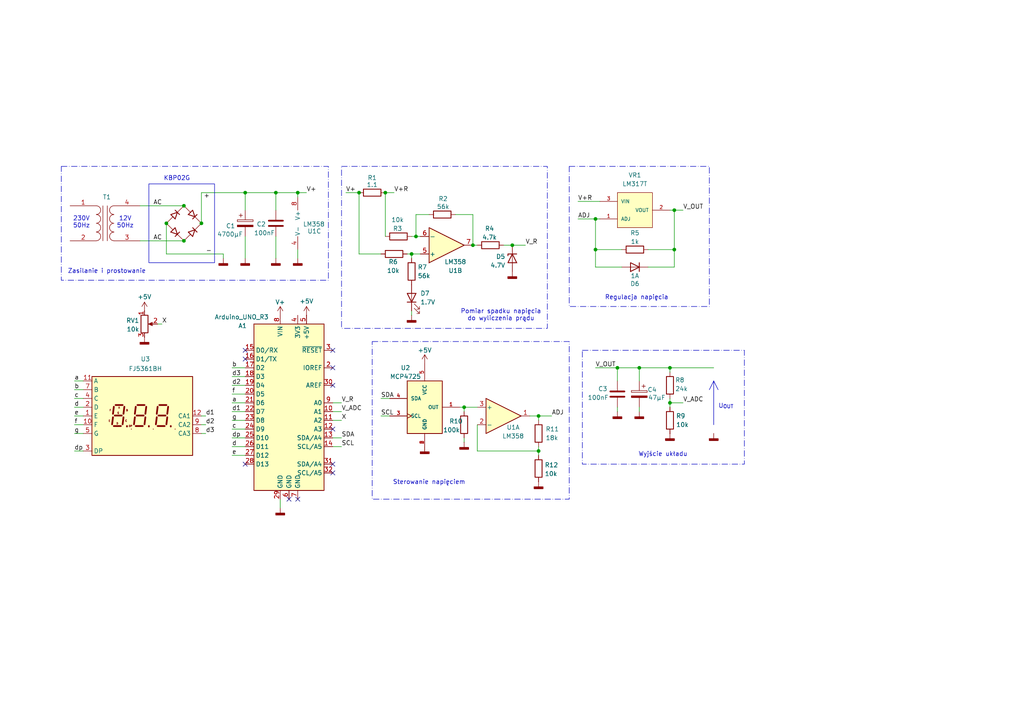
<source format=kicad_sch>
(kicad_sch (version 20231120) (generator "eeschema") (generator_version "8.0")
  (paper "A4")
  (lib_symbols
    (symbol "Amplifier_Operational:LM358" (pin_names (offset 0.127))
      (property "Reference" "U" (at 0 5.08 0))
      (property "Value" "LM358" (at 0 -5.08 0))
      (symbol "LM358_1_1"
        (polyline (pts (xy -5.08 5.08) (xy 5.08 0) (xy -5.08 -5.08) (xy -5.08 5.08)) (stroke (width 0.254)) (fill (type background)))
        (pin output line (at 7.62 0 180) (length 2.54) (name "~") (number "1"))
        (pin input line (at -7.62 -2.54 0) (length 2.54) (name "-") (number "2"))
        (pin input line (at -7.62 2.54 0) (length 2.54) (name "+") (number "3"))
      )
      (symbol "LM358_2_1"
        (polyline (pts (xy -5.08 5.08) (xy 5.08 0) (xy -5.08 -5.08) (xy -5.08 5.08)) (stroke (width 0.254)) (fill (type background)))
        (pin input line (at -7.62 2.54 0) (length 2.54) (name "+") (number "5"))
        (pin input line (at -7.62 -2.54 0) (length 2.54) (name "-") (number "6"))
        (pin output line (at 7.62 0 180) (length 2.54) (name "~") (number "7"))
      )
      (symbol "LM358_3_1"
        (pin power_in line (at -2.54 -7.62 90) (length 3.81) (name "V-") (number "4"))
        (pin power_in line (at -2.54 7.62 270) (length 3.81) (name "V+") (number "8"))
      )
    )
    (symbol "Device:C" (pin_numbers hide) (pin_names (offset 0.254))
      (property "Reference" "C" (at 0.635 2.54 0))
      (property "Value" "C" (at 0.635 -2.54 0))
      (symbol "C_0_1"
        (polyline (pts (xy -2.032 -0.762) (xy 2.032 -0.762)) (stroke (width 0.508)))
        (polyline (pts (xy -2.032 0.762) (xy 2.032 0.762)) (stroke (width 0.508)))
      )
      (symbol "C_1_1"
        (pin passive line (at 0 3.81 270) (length 2.794) (name "~") (number "1"))
        (pin passive line (at 0 -3.81 90) (length 2.794) (name "~") (number "2"))
      )
    )
    (symbol "Device:C_Polarized" (pin_numbers hide) (pin_names (offset 0.254))
      (property "Reference" "C" (at 0.635 2.54 0))
      (property "Value" "C_Polarized" (at 0.635 -2.54 0))
      (symbol "C_Polarized_0_1"
        (rectangle (start -2.286 0.508) (end 2.286 1.016))
        (polyline (pts (xy -1.778 2.286) (xy -0.762 2.286)))
        (polyline (pts (xy -1.27 2.794) (xy -1.27 1.778)))
        (rectangle (start 2.286 -0.508) (end -2.286 -1.016) (fill (type outline)))
      )
      (symbol "C_Polarized_1_1"
        (pin passive line (at 0 3.81 270) (length 2.794) (name "~") (number "1"))
        (pin passive line (at 0 -3.81 90) (length 2.794) (name "~") (number "2"))
      )
    )
    (symbol "Device:D" (pin_numbers hide) (pin_names (offset 1.016) hide)
      (property "Reference" "D" (at 0 2.54 0))
      (property "Value" "D" (at 0 -2.54 0))
      (symbol "D_0_1"
        (polyline (pts (xy -1.27 1.27) (xy -1.27 -1.27)) (stroke (width 0.254)))
        (polyline (pts (xy 1.27 0) (xy -1.27 0)))
        (polyline (pts (xy 1.27 1.27) (xy 1.27 -1.27) (xy -1.27 0) (xy 1.27 1.27)) (stroke (width 0.254)))
      )
      (symbol "D_1_1"
        (pin passive line (at -3.81 0 0) (length 2.54) (name "K") (number "1"))
        (pin passive line (at 3.81 0 180) (length 2.54) (name "A") (number "2"))
      )
    )
    (symbol "Device:D_45deg" (pin_numbers hide) (pin_names (offset 0) hide)
      (property "Reference" "D" (at 1.27 2.54 0))
      (property "Value" "D_45deg" (at 1.27 0 0))
      (symbol "D_45deg_0_1"
        (polyline (pts (xy -0.635 0.635) (xy -2.54 2.54)))
        (polyline (pts (xy 0 -1.27) (xy 1.27 0)) (stroke (width 0.254)))
        (polyline (pts (xy 2.54 -2.54) (xy 0.635 -0.635)))
        (polyline (pts (xy -1.27 0) (xy 0 1.27) (xy 0.635 -0.635) (xy -1.27 0)) (stroke (width 0.254)))
      )
      (symbol "D_45deg_1_1"
        (pin passive line (at 2.54 -2.54 180) (length 0) (name "K") (number "1"))
        (pin passive line (at -2.54 2.54 0) (length 0) (name "A") (number "2"))
      )
    )
    (symbol "Device:D_Zener" (pin_numbers hide) (pin_names (offset 1.016) hide)
      (property "Reference" "D" (at 0 2.54 0))
      (property "Value" "D_Zener" (at 0 -2.54 0))
      (symbol "D_Zener_0_1"
        (polyline (pts (xy 1.27 0) (xy -1.27 0)))
        (polyline (pts (xy -1.27 -1.27) (xy -1.27 1.27) (xy -0.762 1.27)) (stroke (width 0.254)))
        (polyline (pts (xy 1.27 -1.27) (xy 1.27 1.27) (xy -1.27 0) (xy 1.27 -1.27)) (stroke (width 0.254)))
      )
      (symbol "D_Zener_1_1"
        (pin passive line (at -3.81 0 0) (length 2.54) (name "K") (number "1"))
        (pin passive line (at 3.81 0 180) (length 2.54) (name "A") (number "2"))
      )
    )
    (symbol "Device:LED" (pin_numbers hide) (pin_names (offset 1.016) hide)
      (property "Reference" "D" (at 0 2.54 0))
      (property "Value" "LED" (at 0 -2.54 0))
      (symbol "LED_0_1"
        (polyline (pts (xy -1.27 -1.27) (xy -1.27 1.27)) (stroke (width 0.254)))
        (polyline (pts (xy -1.27 0) (xy 1.27 0)))
        (polyline (pts (xy 1.27 -1.27) (xy 1.27 1.27) (xy -1.27 0) (xy 1.27 -1.27)) (stroke (width 0.254)))
        (polyline (pts (xy -3.048 -0.762) (xy -4.572 -2.286) (xy -3.81 -2.286) (xy -4.572 -2.286) (xy -4.572 -1.524)))
        (polyline (pts (xy -1.778 -0.762) (xy -3.302 -2.286) (xy -2.54 -2.286) (xy -3.302 -2.286) (xy -3.302 -1.524)))
      )
      (symbol "LED_1_1"
        (pin passive line (at -3.81 0 0) (length 2.54) (name "K") (number "1"))
        (pin passive line (at 3.81 0 180) (length 2.54) (name "A") (number "2"))
      )
    )
    (symbol "Device:R" (pin_numbers hide) (pin_names (offset 0))
      (property "Reference" "R" (at 2.032 0 90))
      (property "Value" "R" (at 0 0 90))
      (symbol "R_0_1"
        (rectangle (start -1.016 -2.54) (end 1.016 2.54) (stroke (width 0.254)))
      )
      (symbol "R_1_1"
        (pin passive line (at 0 3.81 270) (length 1.27) (name "~") (number "1"))
        (pin passive line (at 0 -3.81 90) (length 1.27) (name "~") (number "2"))
      )
    )
    (symbol "Device:R_Potentiometer" (pin_names (offset 1.016) hide)
      (property "Reference" "RV" (at -4.445 0 90))
      (property "Value" "R_Potentiometer" (at -2.54 0 90))
      (symbol "R_Potentiometer_0_1"
        (polyline (pts (xy 2.54 0) (xy 1.524 0)))
        (polyline (pts (xy 1.143 0) (xy 2.286 0.508) (xy 2.286 -0.508) (xy 1.143 0)) (fill (type outline)))
        (rectangle (start 1.016 2.54) (end -1.016 -2.54) (stroke (width 0.254)))
      )
      (symbol "R_Potentiometer_1_1"
        (pin passive line (at 0 3.81 270) (length 1.27) (name "1") (number "1"))
        (pin passive line (at 3.81 0 180) (length 1.27) (name "2") (number "2"))
        (pin passive line (at 0 -3.81 90) (length 1.27) (name "3") (number "3"))
      )
    )
    (symbol "Device:Transformer_1P_1S" (pin_names (offset 1.016) hide)
      (property "Reference" "T" (at 0 6.35 0))
      (property "Value" "Transformer_1P_1S" (at 0 -7.62 0))
      (symbol "Transformer_1P_1S_0_1"
        (arc (start -2.54 -5.0546) (mid -1.6599 -4.6901) (end -1.27 -3.81))
        (arc (start -2.54 -2.5146) (mid -1.6599 -2.1501) (end -1.27 -1.27))
        (arc (start -2.54 0.0254) (mid -1.6599 0.3899) (end -1.27 1.27))
        (arc (start -2.54 2.5654) (mid -1.6599 2.9299) (end -1.27 3.81))
        (arc (start -1.27 -3.81) (mid -1.642 -2.912) (end -2.54 -2.54))
        (arc (start -1.27 -1.27) (mid -1.642 -0.372) (end -2.54 0))
        (arc (start -1.27 1.27) (mid -1.642 2.168) (end -2.54 2.54))
        (arc (start -1.27 3.81) (mid -1.642 4.708) (end -2.54 5.08))
        (polyline (pts (xy -0.635 5.08) (xy -0.635 -5.08)))
        (polyline (pts (xy 0.635 -5.08) (xy 0.635 5.08)))
        (arc (start 1.2954 -1.27) (mid 1.6599 -2.1501) (end 2.54 -2.5146))
        (arc (start 1.2954 1.27) (mid 1.6599 0.3899) (end 2.54 0.0254))
        (arc (start 1.2954 3.81) (mid 1.6599 2.9299) (end 2.54 2.5654))
        (arc (start 1.3208 -3.81) (mid 1.6853 -4.6901) (end 2.5654 -5.0546))
        (arc (start 2.54 0) (mid 1.642 -0.372) (end 1.2954 -1.27))
        (arc (start 2.54 2.54) (mid 1.642 2.168) (end 1.2954 1.27))
        (arc (start 2.54 5.08) (mid 1.642 4.708) (end 1.2954 3.81))
        (arc (start 2.5654 -2.54) (mid 1.6674 -2.912) (end 1.3208 -3.81))
      )
      (symbol "Transformer_1P_1S_1_1"
        (pin passive line (at -10.16 5.08 0) (length 7.62) (name "AA") (number "1"))
        (pin passive line (at -10.16 -5.08 0) (length 7.62) (name "AB") (number "2"))
        (pin passive line (at 10.16 -5.08 180) (length 7.62) (name "SA") (number "3"))
        (pin passive line (at 10.16 5.08 180) (length 7.62) (name "SB") (number "4"))
      )
    )
    (symbol "Display_Character:LTC-4627JS"
      (property "Reference" "U?" (at 0.254 16.51 0))
      (property "Value" "FJ5361BH" (at 0.254 13.716 0))
      (symbol "LTC-4627JS_0_1"
        (rectangle (start -15.24 11.43) (end 13.97 -11.43) (stroke (width 0.254)) (fill (type background)))
        (rectangle (start -3.81 -3.81) (end -3.81 -3.81) (stroke (width 0.254)))
        (polyline (pts (xy -3.81 -3.81) (xy -3.81 -3.81)) (stroke (width 0.254)))
        (polyline (pts (xy 2.54 -3.81) (xy 2.54 -3.81)) (stroke (width 0.254)))
        (polyline (pts (xy 8.89 -3.81) (xy 8.89 -3.81)) (stroke (width 0.254)))
        (rectangle (start 2.54 -3.81) (end 2.54 -3.81) (stroke (width 0.254)))
        (rectangle (start 8.89 -3.81) (end 8.89 -3.81) (stroke (width 0.254)))
      )
      (symbol "LTC-4627JS_1_0"
        (text "A" (at -7.366 2.413 0) (effects (font (size 0.508 0.508))))
        (text "B" (at -5.08 1.651 0) (effects (font (size 0.508 0.508))))
        (text "C" (at -5.334 -1.397 0) (effects (font (size 0.508 0.508))))
        (text "D" (at -7.874 -2.159 0) (effects (font (size 0.508 0.508))))
        (text "DP" (at -4.064 -2.921 0) (effects (font (size 0.508 0.508))))
        (text "E" (at -10.16 -1.397 0) (effects (font (size 0.508 0.508))))
        (text "F" (at -9.906 1.651 0) (effects (font (size 0.508 0.508))))
        (text "G" (at -7.62 0.889 0) (effects (font (size 0.508 0.508))))
      )
      (symbol "LTC-4627JS_1_1"
        (polyline (pts (xy -9.144 -0.381) (xy -9.398 -2.413)) (stroke (width 0.508)))
        (polyline (pts (xy -8.89 -2.921) (xy -6.858 -2.921)) (stroke (width 0.508)))
        (polyline (pts (xy -8.89 2.667) (xy -9.144 0.635)) (stroke (width 0.508)))
        (polyline (pts (xy -8.636 0.127) (xy -6.604 0.127)) (stroke (width 0.508)))
        (polyline (pts (xy -8.382 3.175) (xy -6.35 3.175)) (stroke (width 0.508)))
        (polyline (pts (xy -6.096 -0.381) (xy -6.35 -2.413)) (stroke (width 0.508)))
        (polyline (pts (xy -5.842 2.667) (xy -6.096 0.635)) (stroke (width 0.508)))
        (polyline (pts (xy -5.08 -3.048) (xy -5.08 -2.921)) (stroke (width 0.508)))
        (polyline (pts (xy -2.794 -0.381) (xy -3.048 -2.413)) (stroke (width 0.508)))
        (polyline (pts (xy -2.54 -2.921) (xy -0.508 -2.921)) (stroke (width 0.508)))
        (polyline (pts (xy -2.54 2.667) (xy -2.794 0.635)) (stroke (width 0.508)))
        (polyline (pts (xy -2.286 0.127) (xy -0.254 0.127)) (stroke (width 0.508)))
        (polyline (pts (xy -2.032 3.175) (xy 0 3.175)) (stroke (width 0.508)))
        (polyline (pts (xy 0.254 -0.381) (xy 0 -2.413)) (stroke (width 0.508)))
        (polyline (pts (xy 0.508 2.667) (xy 0.254 0.635)) (stroke (width 0.508)))
        (polyline (pts (xy 1.27 -3.048) (xy 1.27 -2.921)) (stroke (width 0.508)))
        (polyline (pts (xy 3.556 -0.381) (xy 3.302 -2.413)) (stroke (width 0.508)))
        (polyline (pts (xy 3.81 -2.921) (xy 5.842 -2.921)) (stroke (width 0.508)))
        (polyline (pts (xy 3.81 2.667) (xy 3.556 0.635)) (stroke (width 0.508)))
        (polyline (pts (xy 4.064 0.127) (xy 6.096 0.127)) (stroke (width 0.508)))
        (polyline (pts (xy 4.318 3.175) (xy 6.35 3.175)) (stroke (width 0.508)))
        (polyline (pts (xy 6.604 -0.381) (xy 6.35 -2.413)) (stroke (width 0.508)))
        (polyline (pts (xy 6.858 2.667) (xy 6.604 0.635)) (stroke (width 0.508)))
        (polyline (pts (xy 7.62 -3.048) (xy 7.62 -2.921)) (stroke (width 0.508)))
        (pin input line (at -17.78 0 0) (length 2.54) (name "E") (number "1"))
        (pin input line (at -17.78 -2.54 0) (length 2.54) (name "F") (number "10"))
        (pin input line (at -17.78 10.16 0) (length 2.54) (name "A") (number "11"))
        (pin input line (at 16.51 0 180) (length 2.54) (name "CA1") (number "12"))
        (pin input line (at -17.78 2.54 0) (length 2.54) (name "D") (number "2"))
        (pin input line (at -17.78 -10.16 0) (length 2.54) (name "DP") (number "3"))
        (pin input line (at -17.78 5.08 0) (length 2.54) (name "C") (number "4"))
        (pin input line (at -17.78 -5.08 0) (length 2.54) (name "G") (number "5"))
        (pin input line (at -17.78 7.62 0) (length 2.54) (name "B") (number "7"))
        (pin input line (at 16.51 -5.08 180) (length 2.54) (name "CA3") (number "8"))
        (pin input line (at 16.51 -2.54 180) (length 2.54) (name "CA2") (number "9"))
      )
    )
    (symbol "LM317T:LM317T" (pin_names (offset 1.016))
      (property "Reference" "VR?" (at 0 10.16 0))
      (property "Value" "LM317T" (at 0 7.62 0))
      (symbol "LM317T_0_0"
        (rectangle (start -5.08 5.08) (end 5.08 -5.08) (stroke (width 0.1524)) (fill (type background)))
        (pin input line (at -10.16 -2.54 0) (length 5.08) (name "ADJ") (number "1"))
        (pin output line (at 10.16 0 180) (length 5.08) (name "VOUT") (number "2"))
        (pin input line (at -10.16 2.54 0) (length 5.08) (name "VIN") (number "3"))
      )
    )
    (symbol "MCU_Module:Arduino_UNO_R3"
      (property "Reference" "A" (at -10.16 23.495 0))
      (property "Value" "Arduino_UNO_R3" (at 5.08 -26.67 0))
      (symbol "Arduino_UNO_R3_0_1"
        (rectangle (start -10.16 22.86) (end 10.16 -25.4) (stroke (width 0.254)) (fill (type background)))
      )
      (symbol "Arduino_UNO_R3_1_1"
        (pin no_connect line (at -10.16 -20.32 0) (length 2.54) hide (name "NC") (number "1"))
        (pin bidirectional line (at 12.7 -2.54 180) (length 2.54) (name "A1") (number "10"))
        (pin bidirectional line (at 12.7 -5.08 180) (length 2.54) (name "A2") (number "11"))
        (pin bidirectional line (at 12.7 -7.62 180) (length 2.54) (name "A3") (number "12"))
        (pin bidirectional line (at 12.7 -10.16 180) (length 2.54) (name "SDA/A4") (number "13"))
        (pin bidirectional line (at 12.7 -12.7 180) (length 2.54) (name "SCL/A5") (number "14"))
        (pin bidirectional line (at -12.7 15.24 0) (length 2.54) (name "D0/RX") (number "15"))
        (pin bidirectional line (at -12.7 12.7 0) (length 2.54) (name "D1/TX") (number "16"))
        (pin bidirectional line (at -12.7 10.16 0) (length 2.54) (name "D2") (number "17"))
        (pin bidirectional line (at -12.7 7.62 0) (length 2.54) (name "D3") (number "18"))
        (pin bidirectional line (at -12.7 5.08 0) (length 2.54) (name "D4") (number "19"))
        (pin output line (at 12.7 10.16 180) (length 2.54) (name "IOREF") (number "2"))
        (pin bidirectional line (at -12.7 2.54 0) (length 2.54) (name "D5") (number "20"))
        (pin bidirectional line (at -12.7 0 0) (length 2.54) (name "D6") (number "21"))
        (pin bidirectional line (at -12.7 -2.54 0) (length 2.54) (name "D7") (number "22"))
        (pin bidirectional line (at -12.7 -5.08 0) (length 2.54) (name "D8") (number "23"))
        (pin bidirectional line (at -12.7 -7.62 0) (length 2.54) (name "D9") (number "24"))
        (pin bidirectional line (at -12.7 -10.16 0) (length 2.54) (name "D10") (number "25"))
        (pin bidirectional line (at -12.7 -12.7 0) (length 2.54) (name "D11") (number "26"))
        (pin bidirectional line (at -12.7 -15.24 0) (length 2.54) (name "D12") (number "27"))
        (pin bidirectional line (at -12.7 -17.78 0) (length 2.54) (name "D13") (number "28"))
        (pin power_in line (at -2.54 -27.94 90) (length 2.54) (name "GND") (number "29"))
        (pin input line (at 12.7 15.24 180) (length 2.54) (name "~{RESET}") (number "3"))
        (pin input line (at 12.7 5.08 180) (length 2.54) (name "AREF") (number "30"))
        (pin bidirectional line (at 12.7 -17.78 180) (length 2.54) (name "SDA/A4") (number "31"))
        (pin bidirectional line (at 12.7 -20.32 180) (length 2.54) (name "SCL/A5") (number "32"))
        (pin power_out line (at 2.54 25.4 270) (length 2.54) (name "3V3") (number "4"))
        (pin power_out line (at 5.08 25.4 270) (length 2.54) (name "+5V") (number "5"))
        (pin power_in line (at 0 -27.94 90) (length 2.54) (name "GND") (number "6"))
        (pin power_in line (at 2.54 -27.94 90) (length 2.54) (name "GND") (number "7"))
        (pin power_in line (at -2.54 25.4 270) (length 2.54) (name "VIN") (number "8"))
        (pin bidirectional line (at 12.7 0 180) (length 2.54) (name "A0") (number "9"))
      )
    )
    (symbol "ZC576300:ZC576300" (pin_names (offset 1.016))
      (property "Reference" "U?" (at -6.604 12.7 0))
      (property "Value" "MCP4725" (at -6.604 10.16 0))
      (symbol "ZC576300_0_0"
        (rectangle (start -5.08 7.62) (end 5.08 -7.62) (stroke (width 0.254)) (fill (type background)))
        (pin output line (at 10.16 0 180) (length 5.08) (name "OUT") (number "1"))
        (pin power_in line (at 0 -12.7 90) (length 5.08) (name "GND") (number "2"))
        (pin input clock (at -10.16 -2.54 0) (length 5.08) (name "SCL") (number "3"))
        (pin bidirectional line (at -10.16 2.54 0) (length 5.08) (name "SDA") (number "4"))
        (pin power_in line (at 0 12.7 270) (length 5.08) (name "VCC") (number "5"))
        (pin power_in line (at 0 -12.7 90) (length 5.08) (name "GND") (number "6"))
      )
    )
    (symbol "power:+5V" (power) (pin_numbers hide) (pin_names (offset 0) hide)
      (property "Value" "+5V" (at 0 3.556 0))
      (symbol "+5V_0_1"
        (polyline (pts (xy -0.762 1.27) (xy 0 2.54)))
        (polyline (pts (xy 0 0) (xy 0 2.54)))
        (polyline (pts (xy 0 2.54) (xy 0.762 1.27)))
      )
      (symbol "+5V_1_1"
        (pin power_in line (at 0 0 90) (length 0) (name "~") (number "1"))
      )
    )
    (symbol "power:GNDD" (power) (pin_numbers hide) (pin_names (offset 0) hide)
      (property "Value" "GNDD" (at 0 -3.175 0))
      (symbol "GNDD_0_1"
        (rectangle (start -1.27 -1.524) (end 1.27 -2.032) (stroke (width 0.254)) (fill (type outline)))
        (polyline (pts (xy 0 0) (xy 0 -1.524)))
      )
      (symbol "GNDD_1_1"
        (pin power_in line (at 0 0 270) (length 0) (name "~") (number "1"))
      )
    )
    (symbol "power:VAA" (power) (pin_numbers hide) (pin_names (offset 0) hide)
      (property "Value" "VAA" (at 0 3.556 0))
      (symbol "VAA_0_1"
        (polyline (pts (xy -0.762 1.27) (xy 0 2.54)))
        (polyline (pts (xy 0 0) (xy 0 2.54)))
        (polyline (pts (xy 0 2.54) (xy 0.762 1.27)))
      )
      (symbol "VAA_1_1"
        (pin power_in line (at 0 0 90) (length 0) (name "~") (number "1"))
      )
    )
  )
  (junction (at 48.26 64.77))
  (junction (at 195.58 72.39))
  (junction (at 86.36 55.88))
  (junction (at 53.34 69.85))
  (junction (at 194.31 116.84))
  (junction (at 195.58 60.96))
  (junction (at 104.14 55.88))
  (junction (at 137.16 71.12))
  (junction (at 172.72 72.39))
  (junction (at 120.65 68.58))
  (junction (at 156.21 120.65))
  (junction (at 156.21 130.81))
  (junction (at 172.72 63.5))
  (junction (at 53.34 59.69))
  (junction (at 179.07 106.68))
  (junction (at 111.76 55.88))
  (junction (at 58.42 64.77))
  (junction (at 80.01 55.88))
  (junction (at 134.62 118.11))
  (junction (at 71.12 55.88))
  (junction (at 194.31 106.68))
  (junction (at 119.38 73.66))
  (junction (at 185.42 106.68))
  (junction (at 148.59 71.12))
  (no_connect (at 96.52 134.62))
  (no_connect (at 83.82 144.78))
  (no_connect (at 96.52 111.76))
  (no_connect (at 96.52 101.6))
  (no_connect (at 71.12 101.6))
  (no_connect (at 96.52 124.46))
  (no_connect (at 71.12 104.14))
  (no_connect (at 71.12 134.62))
  (no_connect (at 96.52 137.16))
  (no_connect (at 96.52 106.68))
  (no_connect (at 86.36 144.78))
  (polyline (pts (xy 207.01 121.92) (xy 207.01 123.19)))
  (wire (pts (xy 64.77 73.66) (xy 64.77 74.93)))
  (wire (pts (xy 156.21 129.54) (xy 156.21 130.81)))
  (wire (pts (xy 111.76 55.88) (xy 111.76 68.58)))
  (wire (pts (xy 172.72 72.39) (xy 172.72 63.5)))
  (wire (pts (xy 96.52 119.38) (xy 99.06 119.38)))
  (wire (pts (xy 119.38 73.66) (xy 118.11 73.66)))
  (wire (pts (xy 156.21 120.65) (xy 156.21 121.92)))
  (wire (pts (xy 195.58 77.47) (xy 195.58 72.39)))
  (wire (pts (xy 138.43 118.11) (xy 134.62 118.11)))
  (wire (pts (xy 110.49 115.57) (xy 113.03 115.57)))
  (wire (pts (xy 185.42 118.11) (xy 185.42 119.38)))
  (wire (pts (xy 96.52 127) (xy 99.06 127)))
  (wire (pts (xy 58.42 125.73) (xy 59.69 125.73)))
  (wire (pts (xy 100.33 55.88) (xy 104.14 55.88)))
  (wire (pts (xy 119.38 90.17) (xy 119.38 91.44)))
  (wire (pts (xy 67.31 106.68) (xy 71.12 106.68)))
  (wire (pts (xy 45.72 93.98) (xy 46.99 93.98)))
  (wire (pts (xy 86.36 55.88) (xy 86.36 57.15)))
  (wire (pts (xy 133.35 118.11) (xy 134.62 118.11)))
  (wire (pts (xy 194.31 116.84) (xy 198.12 116.84)))
  (wire (pts (xy 194.31 106.68) (xy 194.31 107.95)))
  (wire (pts (xy 137.16 62.23) (xy 137.16 71.12)))
  (wire (pts (xy 138.43 130.81) (xy 138.43 123.19)))
  (wire (pts (xy 58.42 55.88) (xy 71.12 55.88)))
  (wire (pts (xy 110.49 120.65) (xy 113.03 120.65)))
  (wire (pts (xy 21.59 125.73) (xy 24.13 125.73)))
  (wire (pts (xy 86.36 72.39) (xy 86.36 74.93)))
  (wire (pts (xy 67.31 109.22) (xy 71.12 109.22)))
  (wire (pts (xy 179.07 110.49) (xy 179.07 106.68)))
  (wire (pts (xy 96.52 121.92) (xy 99.06 121.92)))
  (wire (pts (xy 156.21 130.81) (xy 138.43 130.81)))
  (wire (pts (xy 80.01 68.58) (xy 80.01 74.93)))
  (wire (pts (xy 21.59 120.65) (xy 24.13 120.65)))
  (wire (pts (xy 21.59 110.49) (xy 24.13 110.49)))
  (wire (pts (xy 67.31 121.92) (xy 71.12 121.92)))
  (wire (pts (xy 110.49 73.66) (xy 104.14 73.66)))
  (wire (pts (xy 121.92 68.58) (xy 120.65 68.58)))
  (wire (pts (xy 21.59 113.03) (xy 24.13 113.03)))
  (wire (pts (xy 179.07 118.11) (xy 179.07 119.38)))
  (wire (pts (xy 167.64 63.5) (xy 172.72 63.5)))
  (wire (pts (xy 21.59 123.19) (xy 24.13 123.19)))
  (wire (pts (xy 148.59 71.12) (xy 152.4 71.12)))
  (wire (pts (xy 71.12 68.58) (xy 71.12 74.93)))
  (wire (pts (xy 120.65 68.58) (xy 119.38 68.58)))
  (wire (pts (xy 119.38 74.93) (xy 119.38 73.66)))
  (wire (pts (xy 67.31 119.38) (xy 71.12 119.38)))
  (wire (pts (xy 194.31 106.68) (xy 207.01 106.68)))
  (wire (pts (xy 185.42 106.68) (xy 194.31 106.68)))
  (wire (pts (xy 21.59 118.11) (xy 24.13 118.11)))
  (wire (pts (xy 185.42 110.49) (xy 185.42 106.68)))
  (wire (pts (xy 67.31 116.84) (xy 71.12 116.84)))
  (wire (pts (xy 67.31 124.46) (xy 71.12 124.46)))
  (wire (pts (xy 132.08 62.23) (xy 137.16 62.23)))
  (wire (pts (xy 179.07 106.68) (xy 185.42 106.68)))
  (wire (pts (xy 134.62 118.11) (xy 134.62 119.38)))
  (wire (pts (xy 67.31 132.08) (xy 71.12 132.08)))
  (wire (pts (xy 67.31 127) (xy 71.12 127)))
  (wire (pts (xy 194.31 116.84) (xy 194.31 118.11)))
  (polyline (pts (xy 207.01 110.49) (xy 207.01 121.92)))
  (wire (pts (xy 48.26 64.77) (xy 48.26 73.66)))
  (wire (pts (xy 138.43 71.12) (xy 137.16 71.12)))
  (wire (pts (xy 172.72 77.47) (xy 172.72 72.39)))
  (wire (pts (xy 195.58 60.96) (xy 194.31 60.96)))
  (wire (pts (xy 67.31 114.3) (xy 71.12 114.3)))
  (wire (pts (xy 172.72 106.68) (xy 179.07 106.68)))
  (wire (pts (xy 123.19 129.54) (xy 123.19 130.81)))
  (wire (pts (xy 121.92 73.66) (xy 119.38 73.66)))
  (wire (pts (xy 194.31 115.57) (xy 194.31 116.84)))
  (wire (pts (xy 21.59 115.57) (xy 24.13 115.57)))
  (wire (pts (xy 80.01 55.88) (xy 80.01 60.96)))
  (wire (pts (xy 40.64 69.85) (xy 53.34 69.85)))
  (wire (pts (xy 172.72 63.5) (xy 173.99 63.5)))
  (wire (pts (xy 156.21 130.81) (xy 156.21 132.08)))
  (wire (pts (xy 160.02 120.65) (xy 156.21 120.65)))
  (wire (pts (xy 21.59 130.81) (xy 24.13 130.81)))
  (wire (pts (xy 67.31 129.54) (xy 71.12 129.54)))
  (wire (pts (xy 180.34 77.47) (xy 172.72 77.47)))
  (wire (pts (xy 58.42 55.88) (xy 58.42 64.77)))
  (wire (pts (xy 48.26 73.66) (xy 64.77 73.66)))
  (wire (pts (xy 80.01 55.88) (xy 86.36 55.88)))
  (wire (pts (xy 124.46 62.23) (xy 120.65 62.23)))
  (polyline (pts (xy 205.74 113.03) (xy 207.01 110.49)))
  (wire (pts (xy 187.96 72.39) (xy 195.58 72.39)))
  (wire (pts (xy 58.42 120.65) (xy 59.69 120.65)))
  (wire (pts (xy 120.65 62.23) (xy 120.65 68.58)))
  (wire (pts (xy 71.12 55.88) (xy 71.12 60.96)))
  (wire (pts (xy 58.42 123.19) (xy 59.69 123.19)))
  (wire (pts (xy 167.64 58.42) (xy 173.99 58.42)))
  (wire (pts (xy 111.76 55.88) (xy 114.3 55.88)))
  (wire (pts (xy 67.31 111.76) (xy 71.12 111.76)))
  (wire (pts (xy 96.52 116.84) (xy 99.06 116.84)))
  (wire (pts (xy 187.96 77.47) (xy 195.58 77.47)))
  (wire (pts (xy 71.12 55.88) (xy 80.01 55.88)))
  (wire (pts (xy 180.34 72.39) (xy 172.72 72.39)))
  (wire (pts (xy 153.67 120.65) (xy 156.21 120.65)))
  (wire (pts (xy 148.59 71.12) (xy 146.05 71.12)))
  (wire (pts (xy 86.36 55.88) (xy 88.9 55.88)))
  (wire (pts (xy 134.62 127) (xy 134.62 128.27)))
  (wire (pts (xy 195.58 72.39) (xy 195.58 60.96)))
  (wire (pts (xy 81.28 144.78) (xy 81.28 147.32)))
  (polyline (pts (xy 207.01 110.49) (xy 208.28 113.03)))
  (wire (pts (xy 40.64 59.69) (xy 53.34 59.69)))
  (wire (pts (xy 104.14 73.66) (xy 104.14 55.88)))
  (wire (pts (xy 96.52 129.54) (xy 99.06 129.54)))
  (wire (pts (xy 198.12 60.96) (xy 195.58 60.96)))
  (rectangle (start 107.95 99.06) (end 165.1 144.78) (stroke (width 0) (type dash_dot)))
  (rectangle (start 17.78 48.26) (end 95.25 81.28) (stroke (width 0) (type dash_dot)))
  (rectangle (start 165.1 48.26) (end 205.74 88.9) (stroke (width 0) (type dash_dot)))
  (rectangle (start 43.18 53.34) (end 62.23 76.2))
  (rectangle (start 99.06 48.26) (end 158.75 95.25) (stroke (width 0) (type dash_dot)))
  (rectangle (start 168.91 101.6) (end 215.9 134.62) (stroke (width 0) (type dash_dot)))
  (text "12V\n50Hz" (at 36.322 64.516 0) (effects (font (size 1.27 1.27))))
  (text "Sterowanie napięciem" (at 124.46 139.954 0) (effects (font (size 1.27 1.27))))
  (text "230V\n50Hz" (at 23.622 64.516 0) (effects (font (size 1.27 1.27))))
  (text "U_{OUT}" (at 210.566 117.856 0) (effects (font (size 1.27 1.27))))
  (text "KBP02G" (at 51.308 51.816 0) (effects (font (size 1.27 1.27))))
  (text "Zasilanie i prostowanie" (at 30.988 78.74 0) (effects (font (size 1.27 1.27))))
  (text "Pomiar spadku napięcia\ndo wyliczenia prądu" (at 145.288 91.44 0) (effects (font (size 1.27 1.27))))
  (text "Regulacja napięcia" (at 184.658 86.36 0) (effects (font (size 1.27 1.27))))
  (text "Wyjście układu" (at 192.278 131.826 0) (effects (font (size 1.27 1.27))))
  (label "ADJ" (at 160.02 120.65 0))
  (label "c" (at 21.59 115.57 0))
  (label "V+" (at 88.9 55.88 0))
  (label "c" (at 67.31 124.46 0))
  (label "b" (at 67.31 106.68 0))
  (label "V+R" (at 167.64 58.42 0))
  (label "V+R" (at 114.3 55.88 0))
  (label "SCL" (at 99.06 129.54 0))
  (label "e" (at 67.31 132.08 0))
  (label "f" (at 67.31 114.3 0))
  (label "g" (at 21.59 125.73 0))
  (label "dp" (at 21.59 130.81 0))
  (label "X" (at 46.99 93.98 0))
  (label "-" (at 59.69 73.66 0))
  (label "d" (at 21.59 118.11 0))
  (label "b" (at 21.59 113.03 0))
  (label "V_OUT" (at 198.12 60.96 0))
  (label "SDA" (at 99.06 127 0))
  (label "SCL" (at 110.49 120.65 0))
  (label "V_ADC" (at 99.06 119.38 0))
  (label "AC" (at 44.45 59.69 0))
  (label "V_R" (at 99.06 116.84 0))
  (label "g" (at 67.31 121.92 0))
  (label "ADJ" (at 167.64 63.5 0))
  (label "d" (at 67.31 129.54 0))
  (label "d1" (at 67.31 119.38 0))
  (label "AC" (at 44.45 69.85 0))
  (label "+" (at 60.96 55.88 270))
  (label "a" (at 21.59 110.49 0))
  (label "d3" (at 67.31 109.22 0))
  (label "d3" (at 59.69 125.73 0))
  (label "dp" (at 67.31 127 0))
  (label "d2" (at 67.31 111.76 0))
  (label "X" (at 99.06 121.92 0))
  (label "a" (at 67.31 116.84 0))
  (label "d1" (at 59.69 120.65 0))
  (label "V_ADC" (at 198.12 116.84 0))
  (label "SDA" (at 110.49 115.57 0))
  (label "V_R" (at 152.4 71.12 0))
  (label "d2" (at 59.69 123.19 0))
  (label "f" (at 21.59 123.19 0))
  (label "V_OUT" (at 172.72 106.68 0))
  (label "V+" (at 100.33 55.88 0))
  (label "e" (at 21.59 120.65 0))
  (symbol (lib_id "Device:D_Zener") (at 148.59 74.93 90) (mirror x) (unit 1)
    (property "Reference" "D5" (at 146.558 74.422 90) (effects (justify left)))
    (property "Value" "4.7V" (at 146.558 76.962 90) (effects (justify left)))
    (property "Description" "Zener diode" (effects (hide yes)))
  )
  (symbol (lib_id "Device:D_45deg") (at 50.8 67.31 0) (unit 1)
    (property "Reference" "D3" (effects (hide yes)))
    (property "Value" "D_45deg" (effects (hide yes)))
    (property "Description" "Diode, rotated by 45°" (effects (hide yes)))
    (property "Sim.Device" "D" (effects (hide yes)))
    (property "Sim.Pins" "1=K 2=A" (effects (hide yes)))
  )
  (symbol (lib_id "Device:R") (at 119.38 78.74 0) (mirror y) (unit 1)
    (property "Reference" "R7" (at 121.158 77.47 0) (effects (justify right)))
    (property "Value" "56k" (at 121.158 80.01 0) (effects (justify right)))
    (property "Description" "Resistor" (effects (hide yes)))
  )
  (symbol (lib_id "Display_Character:LTC-4627JS") (at 41.91 120.65 0) (unit 1)
    (property "Reference" "U3" (at 42.164 104.14 0))
    (property "Value" "FJ5361BH" (at 42.164 106.934 0))
    (property "Footprint" "Display_7Segment:LTC-4627Jx" (effects (hide yes)))
    (property "Datasheet" "http://optoelectronics.liteon.com/upload/download/DS30-2000-186/LTC-4627JS.pdf" (effects (hide yes)))
    (property "Description" "4 digit 7 segment yellow, common anode" (effects (hide yes)))
  )
  (symbol (lib_id "Device:C_Polarized") (at 185.42 114.3 0) (mirror y) (unit 1)
    (property "Reference" "C4" (at 190.5 113.03 0) (effects (justify left)))
    (property "Value" "47µF" (at 193.04 115.316 0) (effects (justify left)))
    (property "Description" "Polarized capacitor" (effects (hide yes)))
  )
  (symbol (lib_id "Amplifier_Operational:LM358") (at 146.05 120.65 0) (unit 1)
    (property "Reference" "U1" (at 148.844 123.952 0))
    (property "Value" "LM358" (at 148.844 126.492 0))
    (property "Datasheet" "http://www.ti.com/lit/ds/symlink/lm2904-n.pdf" (effects (hide yes)))
    (property "Description" "Low-Power, Dual Operational Amplifiers, DIP-8/SOIC-8/TO-99-8" (effects (hide yes)))
  )
  (symbol (lib_id "Device:Transformer_1P_1S") (at 30.48 64.77 0) (unit 1)
    (property "Reference" "T1" (at 30.988 57.15 0))
    (property "Value" "Transformer_1P_1S" (effects (hide yes)))
    (property "Description" "Transformer, single primary, single secondary" (effects (hide yes)))
  )
  (symbol (lib_id "Device:R") (at 107.95 55.88 90) (unit 1)
    (property "Reference" "R1" (at 107.95 51.562 90))
    (property "Value" "1.1" (at 107.95 53.594 90))
    (property "Description" "Resistor" (effects (hide yes)))
  )
  (symbol (lib_id "power:GNDD") (at 156.21 139.7 0) (unit 1)
    (property "Reference" "#PWR018" (effects (hide yes)))
    (property "Value" "GNDD" (effects (hide yes)))
    (property "Description" "Power symbol creates a global label with name \"GNDD\" , digital ground" (effects (hide yes)))
  )
  (symbol (lib_id "Amplifier_Operational:LM358") (at 88.9 64.77 0) (unit 3)
    (property "Reference" "U1" (at 89.154 67.056 0) (effects (justify left)))
    (property "Value" "LM358" (at 87.884 65.024 0) (effects (justify left)))
    (property "Datasheet" "http://www.ti.com/lit/ds/symlink/lm2904-n.pdf" (effects (hide yes)))
    (property "Description" "Low-Power, Dual Operational Amplifiers, DIP-8/SOIC-8/TO-99-8" (effects (hide yes)))
  )
  (symbol (lib_id "Device:R") (at 142.24 71.12 270) (mirror x) (unit 1)
    (property "Reference" "R4" (at 141.986 66.294 90))
    (property "Value" "4.7k" (at 141.986 68.834 90))
    (property "Description" "Resistor" (effects (hide yes)))
  )
  (symbol (lib_id "power:GNDD") (at 71.12 74.93 0) (unit 1)
    (property "Reference" "#PWR02" (effects (hide yes)))
    (property "Value" "GNDD" (effects (hide yes)))
    (property "Description" "Power symbol creates a global label with name \"GNDD\" , digital ground" (effects (hide yes)))
  )
  (symbol (lib_id "power:GNDD") (at 148.59 78.74 0) (mirror y) (unit 1)
    (property "Reference" "#PWR05" (effects (hide yes)))
    (property "Value" "GNDD" (effects (hide yes)))
    (property "Description" "Power symbol creates a global label with name \"GNDD\" , digital ground" (effects (hide yes)))
  )
  (symbol (lib_id "Device:R") (at 128.27 62.23 270) (unit 1)
    (property "Reference" "R2" (at 128.524 57.658 90))
    (property "Value" "56k" (at 128.524 59.944 90))
    (property "Description" "Resistor" (effects (hide yes)))
  )
  (symbol (lib_id "LM317T:LM317T") (at 184.15 60.96 0) (unit 1)
    (property "Reference" "VR1" (at 184.15 50.8 0))
    (property "Value" "LM317T" (at 184.15 53.34 0))
    (property "Footprint" "LM317T:TO254P1054X470X1955-3" (effects (hide yes)))
    (property "MF" "ON Semiconductor" (effects (hide yes)))
    (property "MAXIMUM_PACKAGE_HEIGHT" "19.55 mm" (effects (hide yes)))
    (property "Package" "TO-220-3 ON" (effects (hide yes)))
    (property "Price" "None" (effects (hide yes)))
    (property "Check_prices" "https://www.snapeda.com/parts/LM317T/Onsemi/view-part/?ref=eda" (effects (hide yes)))
    (property "STANDARD" "IPC-7351B" (effects (hide yes)))
    (property "PARTREV" "L" (effects (hide yes)))
    (property "SnapEDA_Link" "https://www.snapeda.com/parts/LM317T/Onsemi/view-part/?ref=snap" (effects (hide yes)))
    (property "MP" "LM317T" (effects (hide yes)))
    (property "Description_1" "\n                        \n                            Linear Voltage Regulator IC Positive Adjustable 1 Output  1.5A TO-220-3\n                        \n" (effects (hide yes)))
    (property "Availability" "In Stock" (effects (hide yes)))
    (property "MANUFACTURER" "Texas Instruments" (effects (hide yes)))
  )
  (symbol (lib_id "Device:R_Potentiometer") (at 41.91 93.98 0) (unit 1)
    (property "Reference" "RV1" (at 40.386 92.964 0) (effects (justify right)))
    (property "Value" "10k" (at 40.386 95.504 0) (effects (justify right)))
    (property "Description" "Potentiometer" (effects (hide yes)))
  )
  (symbol (lib_id "power:GNDD") (at 185.42 119.38 0) (unit 1)
    (property "Reference" "#PWR013" (effects (hide yes)))
    (property "Value" "GNDD" (effects (hide yes)))
    (property "Description" "Power symbol creates a global label with name \"GNDD\" , digital ground" (effects (hide yes)))
  )
  (symbol (lib_id "power:GNDD") (at 119.38 91.44 0) (mirror y) (unit 1)
    (property "Reference" "#PWR09" (effects (hide yes)))
    (property "Value" "GNDD" (effects (hide yes)))
    (property "Description" "Power symbol creates a global label with name \"GNDD\" , digital ground" (effects (hide yes)))
  )
  (symbol (lib_id "power:GNDD") (at 81.28 147.32 0) (unit 1)
    (property "Reference" "#PWR019" (effects (hide yes)))
    (property "Value" "GNDD" (effects (hide yes)))
    (property "Description" "Power symbol creates a global label with name \"GNDD\" , digital ground" (effects (hide yes)))
  )
  (symbol (lib_id "power:GNDD") (at 134.62 128.27 0) (unit 1)
    (property "Reference" "#PWR016" (effects (hide yes)))
    (property "Value" "GNDD" (effects (hide yes)))
    (property "Description" "Power symbol creates a global label with name \"GNDD\" , digital ground" (effects (hide yes)))
  )
  (symbol (lib_id "Device:D_45deg") (at 55.88 62.23 0) (unit 1)
    (property "Reference" "D2" (effects (hide yes)))
    (property "Value" "D_45deg" (effects (hide yes)))
    (property "Description" "Diode, rotated by 45°" (effects (hide yes)))
    (property "Sim.Device" "D" (effects (hide yes)))
    (property "Sim.Pins" "1=K 2=A" (effects (hide yes)))
  )
  (symbol (lib_id "Device:R") (at 115.57 68.58 270) (unit 1)
    (property "Reference" "R3" (at 115.316 66.294 90))
    (property "Value" "10k" (at 115.316 63.754 90))
    (property "Description" "Resistor" (effects (hide yes)))
  )
  (symbol (lib_id "Device:D_45deg") (at 50.8 62.23 90) (unit 1)
    (property "Reference" "D1" (effects (hide yes)))
    (property "Value" "D_45deg" (effects (hide yes)))
    (property "Description" "Diode, rotated by 45°" (effects (hide yes)))
    (property "Sim.Device" "D" (effects (hide yes)))
    (property "Sim.Pins" "1=K 2=A" (effects (hide yes)))
  )
  (symbol (lib_id "Amplifier_Operational:LM358") (at 129.54 71.12 0) (mirror x) (unit 2)
    (property "Reference" "U1" (at 132.08 78.486 0))
    (property "Value" "LM358" (at 132.08 75.946 0))
    (property "Datasheet" "http://www.ti.com/lit/ds/symlink/lm2904-n.pdf" (effects (hide yes)))
    (property "Description" "Low-Power, Dual Operational Amplifiers, DIP-8/SOIC-8/TO-99-8" (effects (hide yes)))
  )
  (symbol (lib_id "Device:C_Polarized") (at 71.12 64.77 0) (unit 1)
    (property "Reference" "C1" (at 65.532 65.532 0) (effects (justify left)))
    (property "Value" "4700µF" (at 62.992 67.9449 0) (effects (justify left)))
    (property "Description" "Polarized capacitor" (effects (hide yes)))
  )
  (symbol (lib_id "Device:LED") (at 119.38 86.36 90) (unit 1)
    (property "Reference" "D7" (at 121.92 85.09 90) (effects (justify right)))
    (property "Value" "1.7V" (at 121.92 87.63 90) (effects (justify right)))
    (property "Description" "Light emitting diode" (effects (hide yes)))
  )
  (symbol (lib_id "Device:R") (at 194.31 111.76 0) (unit 1)
    (property "Reference" "R8" (at 195.834 110.236 0) (effects (justify left)))
    (property "Value" "24k" (at 195.834 112.776 0) (effects (justify left)))
    (property "Description" "Resistor" (effects (hide yes)))
  )
  (symbol (lib_id "Device:R") (at 156.21 135.89 0) (unit 1)
    (property "Reference" "R12" (at 157.988 134.874 0) (effects (justify left)))
    (property "Value" "10k" (at 157.988 137.414 0) (effects (justify left)))
    (property "Description" "Resistor" (effects (hide yes)))
  )
  (symbol (lib_id "power:+5V") (at 41.91 90.17 0) (unit 1)
    (property "Reference" "#PWR06" (effects (hide yes)))
    (property "Value" "+5V" (at 41.91 86.106 0))
    (property "Description" "Power symbol creates a global label with name \"+5V\"" (effects (hide yes)))
  )
  (symbol (lib_id "Device:R") (at 184.15 72.39 90) (unit 1)
    (property "Reference" "R5" (at 184.15 67.564 90))
    (property "Value" "1k" (at 184.15 70.104 90))
    (property "Description" "Resistor" (effects (hide yes)))
  )
  (symbol (lib_id "power:+5V") (at 88.9 91.44 0) (unit 1)
    (property "Reference" "#PWR08" (effects (hide yes)))
    (property "Value" "+5V" (at 88.9 87.376 0))
    (property "Description" "Power symbol creates a global label with name \"+5V\"" (effects (hide yes)))
  )
  (symbol (lib_id "Device:D_45deg") (at 55.88 67.31 90) (unit 1)
    (property "Reference" "D4" (effects (hide yes)))
    (property "Value" "D_45deg" (effects (hide yes)))
    (property "Description" "Diode, rotated by 45°" (effects (hide yes)))
    (property "Sim.Device" "D" (effects (hide yes)))
    (property "Sim.Pins" "1=K 2=A" (effects (hide yes)))
  )
  (symbol (lib_id "power:+5V") (at 123.19 105.41 0) (unit 1)
    (property "Reference" "#PWR011" (effects (hide yes)))
    (property "Value" "+5V" (at 123.19 101.6 0))
    (property "Description" "Power symbol creates a global label with name \"+5V\"" (effects (hide yes)))
  )
  (symbol (lib_id "power:VAA") (at 81.28 91.44 0) (unit 1)
    (property "Reference" "#PWR07" (effects (hide yes)))
    (property "Value" "V+" (at 81.28 87.63 0))
    (property "Description" "Power symbol creates a global label with name \"VAA\"" (effects (hide yes)))
  )
  (symbol (lib_id "Device:D") (at 184.15 77.47 180) (unit 1)
    (property "Reference" "D6" (at 184.15 82.296 0))
    (property "Value" "1A" (at 184.15 80.01 0))
    (property "Description" "Diode" (effects (hide yes)))
    (property "Sim.Device" "D" (effects (hide yes)))
    (property "Sim.Pins" "1=K 2=A" (effects (hide yes)))
  )
  (symbol (lib_id "MCU_Module:Arduino_UNO_R3") (at 83.82 116.84 0) (unit 1)
    (property "Reference" "A1" (at 69.088 94.488 0) (effects (justify left)))
    (property "Value" "Arduino_UNO_R3" (at 62.23 91.948 0) (effects (justify left)))
    (property "Footprint" "Module:Arduino_UNO_R3" (effects (hide yes)))
    (property "Datasheet" "https://www.arduino.cc/en/Main/arduinoBoardUno" (effects (hide yes)))
    (property "Description" "Arduino UNO Microcontroller Module, release 3" (effects (hide yes)))
  )
  (symbol (lib_id "Device:R") (at 134.62 123.19 0) (unit 1)
    (property "Reference" "R10" (at 130.302 122.174 0) (effects (justify left)))
    (property "Value" "100k" (at 128.524 124.714 0) (effects (justify left)))
    (property "Description" "Resistor" (effects (hide yes)))
  )
  (symbol (lib_id "Device:C") (at 80.01 64.77 0) (unit 1)
    (property "Reference" "C2" (at 74.422 65.024 0) (effects (justify left)))
    (property "Value" "100nF" (at 73.66 67.564 0) (effects (justify left)))
    (property "Description" "Unpolarized capacitor" (effects (hide yes)))
  )
  (symbol (lib_id "power:GNDD") (at 41.91 97.79 0) (unit 1)
    (property "Reference" "#PWR010" (effects (hide yes)))
    (property "Value" "GNDD" (effects (hide yes)))
    (property "Description" "Power symbol creates a global label with name \"GNDD\" , digital ground" (effects (hide yes)))
  )
  (symbol (lib_id "Device:R") (at 194.31 121.92 0) (unit 1)
    (property "Reference" "R9" (at 196.088 120.65 0) (effects (justify left)))
    (property "Value" "10k" (at 196.088 123.19 0) (effects (justify left)))
    (property "Description" "Resistor" (effects (hide yes)))
  )
  (symbol (lib_id "ZC576300:ZC576300") (at 123.19 118.11 0) (unit 1)
    (property "Reference" "U2" (at 117.602 106.68 0))
    (property "Value" "MCP4725" (at 117.602 109.22 0))
    (property "Footprint" "ZC576300:MODULE_ZC576300" (effects (hide yes)))
    (property "MF" "YKS" (effects (hide yes)))
    (property "Description_1" "\n                        \n                            MCP4725 I2C DAC Breakout Development Board Module 12Bit Resolution 2.7-5.5V\n                        \n" (effects (hide yes)))
    (property "Package" "None" (effects (hide yes)))
    (property "Price" "None" (effects (hide yes)))
    (property "Check_prices" "https://www.snapeda.com/parts/ZC576300/YKS/view-part/?ref=eda" (effects (hide yes)))
    (property "STANDARD" "Manufacturer Recommendations" (effects (hide yes)))
    (property "PARTREV" "v14" (effects (hide yes)))
    (property "SnapEDA_Link" "https://www.snapeda.com/parts/ZC576300/YKS/view-part/?ref=snap" (effects (hide yes)))
    (property "MP" "ZC576300" (effects (hide yes)))
    (property "Availability" "Not in stock" (effects (hide yes)))
    (property "MANUFACTURER" "Sparkfun" (effects (hide yes)))
  )
  (symbol (lib_id "power:GNDD") (at 80.01 74.93 0) (unit 1)
    (property "Reference" "#PWR03" (effects (hide yes)))
    (property "Value" "GNDD" (effects (hide yes)))
    (property "Description" "Power symbol creates a global label with name \"GNDD\" , digital ground" (effects (hide yes)))
  )
  (symbol (lib_id "power:GNDD") (at 86.36 74.93 0) (unit 1)
    (property "Reference" "#PWR04" (effects (hide yes)))
    (property "Value" "GNDD" (effects (hide yes)))
    (property "Description" "Power symbol creates a global label with name \"GNDD\" , digital ground" (effects (hide yes)))
  )
  (symbol (lib_id "power:GNDD") (at 123.19 129.54 0) (unit 1)
    (property "Reference" "#PWR017" (effects (hide yes)))
    (property "Value" "GNDD" (effects (hide yes)))
    (property "Description" "Power symbol creates a global label with name \"GNDD\" , digital ground" (effects (hide yes)))
  )
  (symbol (lib_id "power:GNDD") (at 179.07 119.38 0) (unit 1)
    (property "Reference" "#PWR012" (effects (hide yes)))
    (property "Value" "GNDD" (effects (hide yes)))
    (property "Description" "Power symbol creates a global label with name \"GNDD\" , digital ground" (effects (hide yes)))
  )
  (symbol (lib_id "Device:C") (at 179.07 114.3 0) (unit 1)
    (property "Reference" "C3" (at 173.482 112.776 0) (effects (justify left)))
    (property "Value" "100nF" (at 170.434 115.316 0) (effects (justify left)))
    (property "Description" "Unpolarized capacitor" (effects (hide yes)))
  )
  (symbol (lib_id "Device:R") (at 114.3 73.66 270) (mirror x) (unit 1)
    (property "Reference" "R6" (at 114.046 75.946 90))
    (property "Value" "10k" (at 114.046 78.486 90))
    (property "Description" "Resistor" (effects (hide yes)))
  )
  (symbol (lib_id "power:GNDD") (at 207.01 125.73 0) (unit 1)
    (property "Reference" "#PWR015" (effects (hide yes)))
    (property "Value" "GNDD" (effects (hide yes)))
    (property "Description" "Power symbol creates a global label with name \"GNDD\" , digital ground" (effects (hide yes)))
  )
  (symbol (lib_id "Device:R") (at 156.21 125.73 0) (unit 1)
    (property "Reference" "R11" (at 158.242 124.46 0) (effects (justify left)))
    (property "Value" "18k" (at 158.242 127 0) (effects (justify left)))
    (property "Description" "Resistor" (effects (hide yes)))
  )
  (symbol (lib_id "power:GNDD") (at 194.31 125.73 0) (mirror y) (unit 1)
    (property "Reference" "#PWR014" (effects (hide yes)))
    (property "Value" "GNDD" (effects (hide yes)))
    (property "Description" "Power symbol creates a global label with name \"GNDD\" , digital ground" (effects (hide yes)))
  )
  (symbol (lib_id "power:GNDD") (at 64.77 74.93 0) (unit 1)
    (property "Reference" "#PWR01" (effects (hide yes)))
    (property "Value" "GNDD" (effects (hide yes)))
    (property "Description" "Power symbol creates a global label with name \"GNDD\" , digital ground" (effects (hide yes)))
  )
)
</source>
